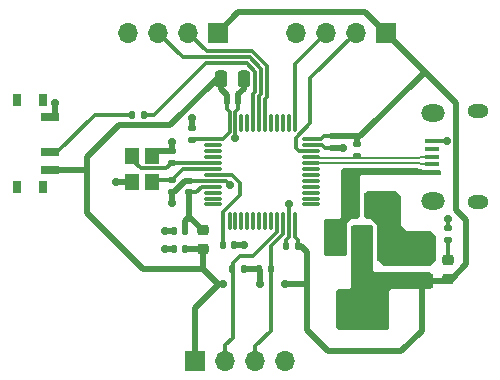
<source format=gbr>
%TF.GenerationSoftware,KiCad,Pcbnew,(6.0.9-0)*%
%TF.CreationDate,2022-12-10T19:00:01+01:00*%
%TF.ProjectId,KiCAD v6 Tutorial STM32,4b694341-4420-4763-9620-5475746f7269,rev?*%
%TF.SameCoordinates,Original*%
%TF.FileFunction,Copper,L1,Top*%
%TF.FilePolarity,Positive*%
%FSLAX46Y46*%
G04 Gerber Fmt 4.6, Leading zero omitted, Abs format (unit mm)*
G04 Created by KiCad (PCBNEW (6.0.9-0)) date 2022-12-10 19:00:01*
%MOMM*%
%LPD*%
G01*
G04 APERTURE LIST*
G04 Aperture macros list*
%AMRoundRect*
0 Rectangle with rounded corners*
0 $1 Rounding radius*
0 $2 $3 $4 $5 $6 $7 $8 $9 X,Y pos of 4 corners*
0 Add a 4 corners polygon primitive as box body*
4,1,4,$2,$3,$4,$5,$6,$7,$8,$9,$2,$3,0*
0 Add four circle primitives for the rounded corners*
1,1,$1+$1,$2,$3*
1,1,$1+$1,$4,$5*
1,1,$1+$1,$6,$7*
1,1,$1+$1,$8,$9*
0 Add four rect primitives between the rounded corners*
20,1,$1+$1,$2,$3,$4,$5,0*
20,1,$1+$1,$4,$5,$6,$7,0*
20,1,$1+$1,$6,$7,$8,$9,0*
20,1,$1+$1,$8,$9,$2,$3,0*%
G04 Aperture macros list end*
%TA.AperFunction,SMDPad,CuDef*%
%ADD10RoundRect,0.135000X-0.135000X-0.185000X0.135000X-0.185000X0.135000X0.185000X-0.135000X0.185000X0*%
%TD*%
%TA.AperFunction,SMDPad,CuDef*%
%ADD11RoundRect,0.140000X-0.140000X-0.170000X0.140000X-0.170000X0.140000X0.170000X-0.140000X0.170000X0*%
%TD*%
%TA.AperFunction,SMDPad,CuDef*%
%ADD12RoundRect,0.140000X0.140000X0.170000X-0.140000X0.170000X-0.140000X-0.170000X0.140000X-0.170000X0*%
%TD*%
%TA.AperFunction,SMDPad,CuDef*%
%ADD13R,1.500000X2.000000*%
%TD*%
%TA.AperFunction,SMDPad,CuDef*%
%ADD14R,3.800000X2.000000*%
%TD*%
%TA.AperFunction,SMDPad,CuDef*%
%ADD15RoundRect,0.140000X0.170000X-0.140000X0.170000X0.140000X-0.170000X0.140000X-0.170000X-0.140000X0*%
%TD*%
%TA.AperFunction,SMDPad,CuDef*%
%ADD16RoundRect,0.135000X0.185000X-0.135000X0.185000X0.135000X-0.185000X0.135000X-0.185000X-0.135000X0*%
%TD*%
%TA.AperFunction,SMDPad,CuDef*%
%ADD17RoundRect,0.218750X-0.256250X0.218750X-0.256250X-0.218750X0.256250X-0.218750X0.256250X0.218750X0*%
%TD*%
%TA.AperFunction,SMDPad,CuDef*%
%ADD18RoundRect,0.250000X0.475000X-0.250000X0.475000X0.250000X-0.475000X0.250000X-0.475000X-0.250000X0*%
%TD*%
%TA.AperFunction,SMDPad,CuDef*%
%ADD19R,1.300000X0.450000*%
%TD*%
%TA.AperFunction,ComponentPad*%
%ADD20O,2.000000X1.450000*%
%TD*%
%TA.AperFunction,ComponentPad*%
%ADD21O,1.800000X1.150000*%
%TD*%
%TA.AperFunction,ComponentPad*%
%ADD22R,1.700000X1.700000*%
%TD*%
%TA.AperFunction,ComponentPad*%
%ADD23O,1.700000X1.700000*%
%TD*%
%TA.AperFunction,SMDPad,CuDef*%
%ADD24RoundRect,0.140000X-0.170000X0.140000X-0.170000X-0.140000X0.170000X-0.140000X0.170000X0.140000X0*%
%TD*%
%TA.AperFunction,SMDPad,CuDef*%
%ADD25R,1.200000X1.400000*%
%TD*%
%TA.AperFunction,SMDPad,CuDef*%
%ADD26RoundRect,0.250000X-0.250000X-0.475000X0.250000X-0.475000X0.250000X0.475000X-0.250000X0.475000X0*%
%TD*%
%TA.AperFunction,SMDPad,CuDef*%
%ADD27RoundRect,0.135000X0.135000X0.185000X-0.135000X0.185000X-0.135000X-0.185000X0.135000X-0.185000X0*%
%TD*%
%TA.AperFunction,SMDPad,CuDef*%
%ADD28R,0.800000X1.000000*%
%TD*%
%TA.AperFunction,SMDPad,CuDef*%
%ADD29R,1.500000X0.700000*%
%TD*%
%TA.AperFunction,SMDPad,CuDef*%
%ADD30RoundRect,0.075000X-0.662500X-0.075000X0.662500X-0.075000X0.662500X0.075000X-0.662500X0.075000X0*%
%TD*%
%TA.AperFunction,SMDPad,CuDef*%
%ADD31RoundRect,0.075000X-0.075000X-0.662500X0.075000X-0.662500X0.075000X0.662500X-0.075000X0.662500X0*%
%TD*%
%TA.AperFunction,SMDPad,CuDef*%
%ADD32RoundRect,0.135000X-0.185000X0.135000X-0.185000X-0.135000X0.185000X-0.135000X0.185000X0.135000X0*%
%TD*%
%TA.AperFunction,ViaPad*%
%ADD33C,0.700000*%
%TD*%
%TA.AperFunction,Conductor*%
%ADD34C,0.300000*%
%TD*%
%TA.AperFunction,Conductor*%
%ADD35C,0.500000*%
%TD*%
%TA.AperFunction,Conductor*%
%ADD36C,0.200000*%
%TD*%
G04 APERTURE END LIST*
D10*
%TO.P,R1,1*%
%TO.N,/Boot0SW*%
X134215000Y-66150000D03*
%TO.P,R1,2*%
%TO.N,/Boot0*%
X135235000Y-66150000D03*
%TD*%
D11*
%TO.P,C9,1*%
%TO.N,/nRST*%
X141920000Y-77150000D03*
%TO.P,C9,2*%
%TO.N,GND*%
X142880000Y-77150000D03*
%TD*%
D12*
%TO.P,C8,1*%
%TO.N,+3.3V*%
X138730000Y-77500000D03*
%TO.P,C8,2*%
%TO.N,GND*%
X137770000Y-77500000D03*
%TD*%
D13*
%TO.P,U1,1,GND*%
%TO.N,GND*%
X156050000Y-76850000D03*
D14*
%TO.P,U1,2,VO*%
%TO.N,+3.3V*%
X153750000Y-83150000D03*
D13*
X153750000Y-76850000D03*
%TO.P,U1,3,VI*%
%TO.N,VBUS*%
X151450000Y-76850000D03*
%TD*%
D15*
%TO.P,C12,1*%
%TO.N,/HSE_IN*%
X137600000Y-70220000D03*
%TO.P,C12,2*%
%TO.N,GND*%
X137600000Y-69260000D03*
%TD*%
D12*
%TO.P,C5,1*%
%TO.N,+3.3V*%
X148250000Y-77250000D03*
%TO.P,C5,2*%
%TO.N,GND*%
X147290000Y-77250000D03*
%TD*%
D16*
%TO.P,R2,1*%
%TO.N,/PWR_LED_K*%
X161000000Y-76760000D03*
%TO.P,R2,2*%
%TO.N,GND*%
X161000000Y-75740000D03*
%TD*%
D17*
%TO.P,FB1,1*%
%TO.N,+3.3VA*%
X140250000Y-75925000D03*
%TO.P,FB1,2*%
%TO.N,+3.3V*%
X140250000Y-77500000D03*
%TD*%
D18*
%TO.P,C11,1*%
%TO.N,+3.3V*%
X158750000Y-80200000D03*
%TO.P,C11,2*%
%TO.N,GND*%
X158750000Y-78300000D03*
%TD*%
D10*
%TO.P,R5,1*%
%TO.N,+3.3V*%
X144990000Y-79250000D03*
%TO.P,R5,2*%
%TO.N,/I2C2_SDA*%
X146010000Y-79250000D03*
%TD*%
D19*
%TO.P,J1,1,VBUS*%
%TO.N,VBUS*%
X159645000Y-71000000D03*
%TO.P,J1,2,D-*%
%TO.N,/USB_D-*%
X159645000Y-70350000D03*
%TO.P,J1,3,D+*%
%TO.N,/USB_D+*%
X159645000Y-69700000D03*
%TO.P,J1,4,ID*%
%TO.N,unconnected-(J1-Pad4)*%
X159645000Y-69050000D03*
%TO.P,J1,5,GND*%
%TO.N,GND*%
X159645000Y-68400000D03*
D20*
%TO.P,J1,6,Shield*%
%TO.N,N/C*%
X159695000Y-73425000D03*
D21*
X163495000Y-65825000D03*
X163495000Y-73575000D03*
D20*
X159695000Y-65975000D03*
%TD*%
D22*
%TO.P,J2,1,Pin_1*%
%TO.N,+3.3V*%
X141500000Y-59200000D03*
D23*
%TO.P,J2,2,Pin_2*%
%TO.N,/USART1_TX*%
X138960000Y-59200000D03*
%TO.P,J2,3,Pin_3*%
%TO.N,/USART_RX*%
X136420000Y-59200000D03*
%TO.P,J2,4,Pin_4*%
%TO.N,GND*%
X133880000Y-59200000D03*
%TD*%
D24*
%TO.P,C3,1*%
%TO.N,+3.3V*%
X151250000Y-68000000D03*
%TO.P,C3,2*%
%TO.N,GND*%
X151250000Y-68960000D03*
%TD*%
D17*
%TO.P,D1,1,K*%
%TO.N,/PWR_LED_K*%
X161000000Y-78462500D03*
%TO.P,D1,2,A*%
%TO.N,+3.3V*%
X161000000Y-80037500D03*
%TD*%
D25*
%TO.P,Y1,1,1*%
%TO.N,/HSE_IN*%
X134250000Y-69640000D03*
%TO.P,Y1,2,2*%
%TO.N,GND*%
X134250000Y-71840000D03*
%TO.P,Y1,3,3*%
%TO.N,/HSE_OUT*%
X135950000Y-71840000D03*
%TO.P,Y1,4,4*%
%TO.N,GND*%
X135950000Y-69640000D03*
%TD*%
D15*
%TO.P,C6,1*%
%TO.N,+3.3VA*%
X139100000Y-72720000D03*
%TO.P,C6,2*%
%TO.N,GND*%
X139100000Y-71760000D03*
%TD*%
D26*
%TO.P,C10,1*%
%TO.N,VBUS*%
X152800000Y-74000000D03*
%TO.P,C10,2*%
%TO.N,GND*%
X154700000Y-74000000D03*
%TD*%
D15*
%TO.P,C2,1*%
%TO.N,+3.3V*%
X139300000Y-68280000D03*
%TO.P,C2,2*%
%TO.N,GND*%
X139300000Y-67320000D03*
%TD*%
D27*
%TO.P,R4,1*%
%TO.N,+3.3V*%
X143760000Y-79250000D03*
%TO.P,R4,2*%
%TO.N,/I2C2_SCL*%
X142740000Y-79250000D03*
%TD*%
D22*
%TO.P,J4,1,Pin_1*%
%TO.N,+3.3V*%
X139600000Y-87000000D03*
D23*
%TO.P,J4,2,Pin_2*%
%TO.N,/I2C2_SCL*%
X142140000Y-87000000D03*
%TO.P,J4,3,Pin_3*%
%TO.N,/I2C2_SDA*%
X144680000Y-87000000D03*
%TO.P,J4,4,Pin_4*%
%TO.N,GND*%
X147220000Y-87000000D03*
%TD*%
D24*
%TO.P,C13,1*%
%TO.N,/HSE_OUT*%
X137600000Y-71720000D03*
%TO.P,C13,2*%
%TO.N,GND*%
X137600000Y-72680000D03*
%TD*%
D11*
%TO.P,C4,1*%
%TO.N,+3.3V*%
X142270000Y-65000000D03*
%TO.P,C4,2*%
%TO.N,GND*%
X143230000Y-65000000D03*
%TD*%
D26*
%TO.P,C1,1*%
%TO.N,+3.3V*%
X141800000Y-63100000D03*
%TO.P,C1,2*%
%TO.N,GND*%
X143700000Y-63100000D03*
%TD*%
D22*
%TO.P,J3,1,Pin_1*%
%TO.N,+3.3V*%
X155750000Y-59200000D03*
D23*
%TO.P,J3,2,Pin_2*%
%TO.N,/SWDIO*%
X153210000Y-59200000D03*
%TO.P,J3,3,Pin_3*%
%TO.N,/SWCLK*%
X150670000Y-59200000D03*
%TO.P,J3,4,Pin_4*%
%TO.N,GND*%
X148130000Y-59200000D03*
%TD*%
D28*
%TO.P,SW1,*%
%TO.N,*%
X124470000Y-72250000D03*
X124470000Y-64950000D03*
X126680000Y-72250000D03*
X126680000Y-64950000D03*
D29*
%TO.P,SW1,1,A*%
%TO.N,GND*%
X127330000Y-66350000D03*
%TO.P,SW1,2,B*%
%TO.N,/Boot0SW*%
X127330000Y-69350000D03*
%TO.P,SW1,3,C*%
%TO.N,+3.3V*%
X127330000Y-70850000D03*
%TD*%
D12*
%TO.P,C7,1*%
%TO.N,+3.3VA*%
X138730000Y-76000000D03*
%TO.P,C7,2*%
%TO.N,GND*%
X137770000Y-76000000D03*
%TD*%
D30*
%TO.P,U2,1,VBAT*%
%TO.N,+3.3V*%
X141087500Y-68250000D03*
%TO.P,U2,2,PC13*%
%TO.N,unconnected-(U2-Pad2)*%
X141087500Y-68750000D03*
%TO.P,U2,3,PC14*%
%TO.N,unconnected-(U2-Pad3)*%
X141087500Y-69250000D03*
%TO.P,U2,4,PC15*%
%TO.N,unconnected-(U2-Pad4)*%
X141087500Y-69750000D03*
%TO.P,U2,5,PD0*%
%TO.N,/HSE_IN*%
X141087500Y-70250000D03*
%TO.P,U2,6,PD1*%
%TO.N,/HSE_OUT*%
X141087500Y-70750000D03*
%TO.P,U2,7,NRST*%
%TO.N,/nRST*%
X141087500Y-71250000D03*
%TO.P,U2,8,VSSA*%
%TO.N,GND*%
X141087500Y-71750000D03*
%TO.P,U2,9,VDDA*%
%TO.N,+3.3VA*%
X141087500Y-72250000D03*
%TO.P,U2,10,PA0*%
%TO.N,unconnected-(U2-Pad10)*%
X141087500Y-72750000D03*
%TO.P,U2,11,PA1*%
%TO.N,unconnected-(U2-Pad11)*%
X141087500Y-73250000D03*
%TO.P,U2,12,PA2*%
%TO.N,unconnected-(U2-Pad12)*%
X141087500Y-73750000D03*
D31*
%TO.P,U2,13,PA3*%
%TO.N,unconnected-(U2-Pad13)*%
X142500000Y-75162500D03*
%TO.P,U2,14,PA4*%
%TO.N,unconnected-(U2-Pad14)*%
X143000000Y-75162500D03*
%TO.P,U2,15,PA5*%
%TO.N,unconnected-(U2-Pad15)*%
X143500000Y-75162500D03*
%TO.P,U2,16,PA6*%
%TO.N,unconnected-(U2-Pad16)*%
X144000000Y-75162500D03*
%TO.P,U2,17,PA7*%
%TO.N,unconnected-(U2-Pad17)*%
X144500000Y-75162500D03*
%TO.P,U2,18,PB0*%
%TO.N,unconnected-(U2-Pad18)*%
X145000000Y-75162500D03*
%TO.P,U2,19,PB1*%
%TO.N,unconnected-(U2-Pad19)*%
X145500000Y-75162500D03*
%TO.P,U2,20,PB2*%
%TO.N,unconnected-(U2-Pad20)*%
X146000000Y-75162500D03*
%TO.P,U2,21,PB10*%
%TO.N,/I2C2_SCL*%
X146500000Y-75162500D03*
%TO.P,U2,22,PB11*%
%TO.N,/I2C2_SDA*%
X147000000Y-75162500D03*
%TO.P,U2,23,VSS*%
%TO.N,GND*%
X147500000Y-75162500D03*
%TO.P,U2,24,VDD*%
%TO.N,+3.3V*%
X148000000Y-75162500D03*
D30*
%TO.P,U2,25,PB12*%
%TO.N,unconnected-(U2-Pad25)*%
X149412500Y-73750000D03*
%TO.P,U2,26,PB13*%
%TO.N,unconnected-(U2-Pad26)*%
X149412500Y-73250000D03*
%TO.P,U2,27,PB14*%
%TO.N,unconnected-(U2-Pad27)*%
X149412500Y-72750000D03*
%TO.P,U2,28,PB15*%
%TO.N,unconnected-(U2-Pad28)*%
X149412500Y-72250000D03*
%TO.P,U2,29,PA8*%
%TO.N,unconnected-(U2-Pad29)*%
X149412500Y-71750000D03*
%TO.P,U2,30,PA9*%
%TO.N,unconnected-(U2-Pad30)*%
X149412500Y-71250000D03*
%TO.P,U2,31,PA10*%
%TO.N,unconnected-(U2-Pad31)*%
X149412500Y-70750000D03*
%TO.P,U2,32,PA11*%
%TO.N,/USB_D-*%
X149412500Y-70250000D03*
%TO.P,U2,33,PA12*%
%TO.N,/USB_D+*%
X149412500Y-69750000D03*
%TO.P,U2,34,PA13*%
%TO.N,/SWDIO*%
X149412500Y-69250000D03*
%TO.P,U2,35,VSS*%
%TO.N,GND*%
X149412500Y-68750000D03*
%TO.P,U2,36,VDD*%
%TO.N,+3.3V*%
X149412500Y-68250000D03*
D31*
%TO.P,U2,37,PA14*%
%TO.N,/SWCLK*%
X148000000Y-66837500D03*
%TO.P,U2,38,PA15*%
%TO.N,unconnected-(U2-Pad38)*%
X147500000Y-66837500D03*
%TO.P,U2,39,PB3*%
%TO.N,unconnected-(U2-Pad39)*%
X147000000Y-66837500D03*
%TO.P,U2,40,PB4*%
%TO.N,unconnected-(U2-Pad40)*%
X146500000Y-66837500D03*
%TO.P,U2,41,PB5*%
%TO.N,unconnected-(U2-Pad41)*%
X146000000Y-66837500D03*
%TO.P,U2,42,PB6*%
%TO.N,/USART1_TX*%
X145500000Y-66837500D03*
%TO.P,U2,43,PB7*%
%TO.N,/USART_RX*%
X145000000Y-66837500D03*
%TO.P,U2,44,BOOT0*%
%TO.N,/Boot0*%
X144500000Y-66837500D03*
%TO.P,U2,45,PB8*%
%TO.N,unconnected-(U2-Pad45)*%
X144000000Y-66837500D03*
%TO.P,U2,46,PB9*%
%TO.N,unconnected-(U2-Pad46)*%
X143500000Y-66837500D03*
%TO.P,U2,47,VSS*%
%TO.N,GND*%
X143000000Y-66837500D03*
%TO.P,U2,48,VDD*%
%TO.N,+3.3V*%
X142500000Y-66837500D03*
%TD*%
D32*
%TO.P,R3,1*%
%TO.N,+3.3V*%
X153300000Y-68640000D03*
%TO.P,R3,2*%
%TO.N,/USB_D+*%
X153300000Y-69660000D03*
%TD*%
D33*
%TO.N,+3.3V*%
X145050000Y-80500000D03*
X141950000Y-80500000D03*
X147150000Y-80500000D03*
%TO.N,GND*%
X147500000Y-73750000D03*
X137600000Y-73650000D03*
X155650000Y-78500000D03*
X158250000Y-77000000D03*
X132850000Y-71850000D03*
X139300000Y-66450000D03*
X156000000Y-74500000D03*
X127750000Y-65200000D03*
X152100000Y-68950000D03*
X160900000Y-68400000D03*
X143000000Y-68150000D03*
X143750000Y-77150000D03*
X159200000Y-77000000D03*
X137600000Y-68450000D03*
X137000000Y-76000000D03*
X156000000Y-73500000D03*
X137000000Y-77500000D03*
X142550000Y-72100000D03*
X161000000Y-75000000D03*
X156500000Y-78500000D03*
%TD*%
D34*
%TO.N,+3.3V*%
X141087500Y-68250000D02*
X141910050Y-68250000D01*
X142270000Y-65670000D02*
X142270000Y-65000000D01*
X142500000Y-65900000D02*
X142270000Y-65670000D01*
D35*
X137450000Y-67050000D02*
X141400000Y-63100000D01*
X148550000Y-77250000D02*
X148250000Y-77250000D01*
X139600000Y-82500000D02*
X139600000Y-87000000D01*
X149050000Y-80500000D02*
X149050000Y-77750000D01*
D34*
X141910050Y-68250000D02*
X142500000Y-67660050D01*
D35*
X130400000Y-70700000D02*
X130400000Y-69750000D01*
X142270000Y-64470000D02*
X141800000Y-64000000D01*
X145050000Y-79310000D02*
X144990000Y-79250000D01*
X140250000Y-79200000D02*
X140250000Y-77500000D01*
X159050000Y-62500000D02*
X155750000Y-59200000D01*
X141400000Y-63100000D02*
X141800000Y-63100000D01*
X141550000Y-80500000D02*
X140250000Y-79200000D01*
X127330000Y-70850000D02*
X130250000Y-70850000D01*
X141800000Y-64000000D02*
X141800000Y-63100000D01*
X141600000Y-80500000D02*
X139600000Y-82500000D01*
X130400000Y-69750000D02*
X133100000Y-67050000D01*
D34*
X150250000Y-68250000D02*
X150500000Y-68000000D01*
D35*
X158750000Y-84500000D02*
X157050000Y-86200000D01*
X130250000Y-70850000D02*
X130400000Y-70700000D01*
D34*
X142500000Y-66837500D02*
X142500000Y-65900000D01*
D35*
X161000000Y-80037500D02*
X161312500Y-80037500D01*
D34*
X139330000Y-68250000D02*
X139300000Y-68280000D01*
D35*
X145050000Y-80500000D02*
X145050000Y-79310000D01*
D34*
X148250000Y-76750000D02*
X148250000Y-77250000D01*
D35*
X162550000Y-75050000D02*
X161700000Y-74200000D01*
X149050000Y-80500000D02*
X147150000Y-80500000D01*
D34*
X148000000Y-76500000D02*
X148250000Y-76750000D01*
D35*
X149050000Y-84400000D02*
X149050000Y-80500000D01*
X153100000Y-68000000D02*
X153550000Y-68000000D01*
X140250000Y-77500000D02*
X138730000Y-77500000D01*
X140250000Y-79200000D02*
X135150000Y-79200000D01*
X160837500Y-80200000D02*
X161000000Y-80037500D01*
X144990000Y-79250000D02*
X143760000Y-79250000D01*
X143250000Y-57450000D02*
X154000000Y-57450000D01*
D34*
X142500000Y-67660050D02*
X142500000Y-66837500D01*
X141087500Y-68250000D02*
X139330000Y-68250000D01*
D35*
X141500000Y-59200000D02*
X143250000Y-57450000D01*
X154000000Y-57450000D02*
X155750000Y-59200000D01*
X130400000Y-74450000D02*
X130400000Y-70700000D01*
X158750000Y-80200000D02*
X158750000Y-84500000D01*
X161700000Y-74200000D02*
X161700000Y-65150000D01*
X153300000Y-68200000D02*
X153100000Y-68000000D01*
X150850000Y-86200000D02*
X149050000Y-84400000D01*
X151250000Y-68000000D02*
X153100000Y-68000000D01*
X142270000Y-65000000D02*
X142270000Y-64470000D01*
X153300000Y-68640000D02*
X153300000Y-68200000D01*
X153550000Y-68000000D02*
X159050000Y-62500000D01*
X158750000Y-80200000D02*
X160837500Y-80200000D01*
X157050000Y-86200000D02*
X150850000Y-86200000D01*
X149050000Y-77750000D02*
X148550000Y-77250000D01*
X135150000Y-79200000D02*
X130400000Y-74450000D01*
X133100000Y-67050000D02*
X137450000Y-67050000D01*
D34*
X150500000Y-68000000D02*
X151250000Y-68000000D01*
X148000000Y-75162500D02*
X148000000Y-76500000D01*
D35*
X161312500Y-80037500D02*
X162550000Y-78800000D01*
D34*
X149412500Y-68250000D02*
X150250000Y-68250000D01*
D35*
X161700000Y-65150000D02*
X159050000Y-62500000D01*
X141950000Y-80500000D02*
X141550000Y-80500000D01*
X141950000Y-80500000D02*
X141600000Y-80500000D01*
X162550000Y-78800000D02*
X162550000Y-75050000D01*
%TO.N,GND*%
X143230000Y-64420000D02*
X143700000Y-63950000D01*
D34*
X151210000Y-69000000D02*
X151250000Y-68960000D01*
D35*
X127750000Y-65930000D02*
X127750000Y-65200000D01*
D34*
X142200000Y-71750000D02*
X142550000Y-72100000D01*
X150350000Y-68750000D02*
X150600000Y-69000000D01*
D35*
X143700000Y-63950000D02*
X143700000Y-63100000D01*
X137600000Y-69260000D02*
X137600000Y-68500000D01*
X151250000Y-68960000D02*
X152090000Y-68960000D01*
D34*
X150600000Y-69000000D02*
X151210000Y-69000000D01*
D35*
X152090000Y-68960000D02*
X152100000Y-68950000D01*
X142880000Y-77150000D02*
X143750000Y-77150000D01*
X137600000Y-72680000D02*
X137784386Y-72680000D01*
D34*
X161000000Y-75740000D02*
X161000000Y-75000000D01*
D35*
X132860000Y-71840000D02*
X132850000Y-71850000D01*
D34*
X139110000Y-71750000D02*
X139100000Y-71760000D01*
X143000000Y-66837500D02*
X143000000Y-65900000D01*
D35*
X137600000Y-69260000D02*
X136330000Y-69260000D01*
D34*
X141087500Y-71750000D02*
X139110000Y-71750000D01*
D35*
X138704386Y-71760000D02*
X139100000Y-71760000D01*
D34*
X143000000Y-65900000D02*
X143230000Y-65670000D01*
X147500000Y-76550000D02*
X147290000Y-76760000D01*
X141087500Y-71750000D02*
X142200000Y-71750000D01*
X143230000Y-65670000D02*
X143230000Y-65000000D01*
X143000000Y-66837500D02*
X143000000Y-68150000D01*
X149412500Y-68750000D02*
X150350000Y-68750000D01*
D35*
X137600000Y-72680000D02*
X137600000Y-73650000D01*
X137784386Y-72680000D02*
X138704386Y-71760000D01*
X137770000Y-77500000D02*
X137000000Y-77500000D01*
X134250000Y-71840000D02*
X132860000Y-71840000D01*
X139300000Y-67320000D02*
X139300000Y-66450000D01*
D34*
X147290000Y-76760000D02*
X147290000Y-77250000D01*
D35*
X137770000Y-76000000D02*
X137000000Y-76000000D01*
X143230000Y-65000000D02*
X143230000Y-64420000D01*
X136330000Y-69260000D02*
X135950000Y-69640000D01*
D34*
X147500000Y-75162500D02*
X147500000Y-76550000D01*
X147500000Y-75162500D02*
X147500000Y-73750000D01*
X159645000Y-68400000D02*
X160900000Y-68400000D01*
D35*
%TO.N,+3.3VA*%
X138730000Y-76000000D02*
X138730000Y-75145000D01*
X138730000Y-75145000D02*
X139100000Y-74775000D01*
X139100000Y-72720000D02*
X139100000Y-74775000D01*
D34*
X139680000Y-72720000D02*
X139100000Y-72720000D01*
X141087500Y-72250000D02*
X140150000Y-72250000D01*
D35*
X139100000Y-74775000D02*
X140250000Y-75925000D01*
D34*
X140150000Y-72250000D02*
X139680000Y-72720000D01*
%TO.N,/nRST*%
X141920000Y-74380000D02*
X143350000Y-72950000D01*
X143350000Y-71900000D02*
X142700000Y-71250000D01*
X143350000Y-72950000D02*
X143350000Y-71900000D01*
X142700000Y-71250000D02*
X141087500Y-71250000D01*
X141920000Y-77150000D02*
X141920000Y-74380000D01*
%TO.N,/HSE_IN*%
X135000000Y-70700000D02*
X134250000Y-69950000D01*
X134250000Y-69950000D02*
X134250000Y-69640000D01*
X137630000Y-70250000D02*
X137600000Y-70220000D01*
X141087500Y-70250000D02*
X137630000Y-70250000D01*
X137600000Y-70220000D02*
X137120000Y-70700000D01*
X137120000Y-70700000D02*
X135000000Y-70700000D01*
%TO.N,/HSE_OUT*%
X141087500Y-70750000D02*
X138570000Y-70750000D01*
X138570000Y-70750000D02*
X137600000Y-71720000D01*
X137600000Y-71720000D02*
X136070000Y-71720000D01*
X136070000Y-71720000D02*
X135950000Y-71840000D01*
%TO.N,/PWR_LED_K*%
X161000000Y-76760000D02*
X161000000Y-78462500D01*
D36*
%TO.N,/USB_D-*%
X149412500Y-70250000D02*
X158569999Y-70250000D01*
X158669999Y-70350000D02*
X159645000Y-70350000D01*
X158569999Y-70250000D02*
X158669999Y-70350000D01*
%TO.N,/USB_D+*%
X149462499Y-69799999D02*
X158569999Y-69800000D01*
X158669999Y-69700000D02*
X159645000Y-69700000D01*
X149412500Y-69750000D02*
X149462499Y-69799999D01*
X158569999Y-69800000D02*
X158669999Y-69700000D01*
X149412500Y-69750000D02*
X149437499Y-69774999D01*
D34*
%TO.N,/USART1_TX*%
X140560000Y-60800000D02*
X138960000Y-59200000D01*
X145500000Y-66837500D02*
X145500000Y-64814214D01*
X145675000Y-64639214D02*
X145675000Y-62067893D01*
X145500000Y-64814214D02*
X145675000Y-64639214D01*
X144407107Y-60800000D02*
X140560000Y-60800000D01*
X145675000Y-62067893D02*
X144407107Y-60800000D01*
%TO.N,/USART_RX*%
X145000000Y-66837500D02*
X145000000Y-64607107D01*
X138520000Y-61300000D02*
X136420000Y-59200000D01*
X144200000Y-61300000D02*
X138520000Y-61300000D01*
X145175000Y-62275000D02*
X144200000Y-61300000D01*
X145000000Y-64607107D02*
X145175000Y-64432107D01*
X145175000Y-64432107D02*
X145175000Y-62275000D01*
%TO.N,/SWDIO*%
X148100000Y-68950000D02*
X148100000Y-68125000D01*
X149350000Y-66875000D02*
X149350000Y-63060000D01*
X148100000Y-68125000D02*
X149350000Y-66875000D01*
X148400000Y-69250000D02*
X148100000Y-68950000D01*
X149350000Y-63060000D02*
X153210000Y-59200000D01*
X149412500Y-69250000D02*
X148400000Y-69250000D01*
%TO.N,/SWCLK*%
X148000000Y-66837500D02*
X148000000Y-61870000D01*
X148000000Y-61870000D02*
X150670000Y-59200000D01*
%TO.N,/I2C2_SCL*%
X144456497Y-78100000D02*
X146500000Y-76056497D01*
X146500000Y-75162500D02*
X146500000Y-75930329D01*
X143350000Y-78100000D02*
X144456497Y-78100000D01*
X146500000Y-75930329D02*
X146500000Y-75900000D01*
X142750000Y-78700000D02*
X143350000Y-78100000D01*
X142140000Y-87000000D02*
X142140000Y-85660000D01*
X142750000Y-85050000D02*
X142750000Y-78700000D01*
X146500000Y-76056497D02*
X146500000Y-75930329D01*
X142140000Y-85660000D02*
X142750000Y-85050000D01*
%TO.N,/I2C2_SDA*%
X147000000Y-75162500D02*
X147000000Y-76263603D01*
X146000000Y-77263603D02*
X146000000Y-84450000D01*
X147000000Y-76263603D02*
X146000000Y-77263603D01*
X144680000Y-85770000D02*
X144680000Y-87000000D01*
X146000000Y-84450000D02*
X144680000Y-85770000D01*
%TO.N,/Boot0SW*%
X127875000Y-69350000D02*
X131075000Y-66150000D01*
X131075000Y-66150000D02*
X134215000Y-66150000D01*
X127330000Y-69350000D02*
X127875000Y-69350000D01*
%TO.N,/Boot0*%
X144675000Y-62500000D02*
X143975000Y-61800000D01*
X136125000Y-66150000D02*
X135235000Y-66150000D01*
X144675000Y-64225000D02*
X144675000Y-62500000D01*
X143975000Y-61800000D02*
X140475000Y-61800000D01*
X144500000Y-66837500D02*
X144500000Y-64400000D01*
X144500000Y-64400000D02*
X144675000Y-64225000D01*
X140475000Y-61800000D02*
X136125000Y-66150000D01*
%TD*%
%TA.AperFunction,Conductor*%
%TO.N,GND*%
G36*
X156665677Y-72669685D02*
G01*
X156686319Y-72686319D01*
X156963681Y-72963681D01*
X156997166Y-73025004D01*
X157000000Y-73051362D01*
X157000000Y-75500000D01*
X157500000Y-76000000D01*
X159494775Y-76000000D01*
X159561814Y-76019685D01*
X159586943Y-76041048D01*
X159968168Y-76464631D01*
X159998384Y-76527630D01*
X160000000Y-76547583D01*
X160000000Y-78444775D01*
X159980315Y-78511814D01*
X159958952Y-78536943D01*
X159535369Y-78918168D01*
X159472370Y-78948384D01*
X159452417Y-78950000D01*
X155547583Y-78950000D01*
X155480544Y-78930315D01*
X155464631Y-78918168D01*
X155041048Y-78536943D01*
X155004387Y-78477465D01*
X155000000Y-78444775D01*
X155000000Y-75500000D01*
X154500000Y-75000000D01*
X154151362Y-75000000D01*
X154084323Y-74980315D01*
X154063681Y-74963681D01*
X153936319Y-74836319D01*
X153902834Y-74774996D01*
X153900000Y-74748638D01*
X153900000Y-72862000D01*
X153919685Y-72794961D01*
X153949600Y-72762800D01*
X154066934Y-72674800D01*
X154132375Y-72650324D01*
X154141333Y-72650000D01*
X156598638Y-72650000D01*
X156665677Y-72669685D01*
G37*
%TD.AperFunction*%
%TD*%
%TA.AperFunction,Conductor*%
%TO.N,VBUS*%
G36*
X158423084Y-70670185D02*
G01*
X158425322Y-70671715D01*
X158431657Y-70678050D01*
X158451395Y-70688107D01*
X158467985Y-70698274D01*
X158485909Y-70711296D01*
X158506976Y-70718141D01*
X158524951Y-70725586D01*
X158535998Y-70731215D01*
X158536000Y-70731216D01*
X158544695Y-70735646D01*
X158566593Y-70739114D01*
X158585489Y-70743651D01*
X158606566Y-70750499D01*
X158638476Y-70750499D01*
X158638480Y-70750500D01*
X158694112Y-70750500D01*
X158761151Y-70770185D01*
X158781716Y-70786742D01*
X158814181Y-70819151D01*
X158814187Y-70819155D01*
X158822287Y-70827241D01*
X158832758Y-70831870D01*
X158832759Y-70831871D01*
X158916147Y-70868737D01*
X158916149Y-70868738D01*
X158924673Y-70872506D01*
X158950354Y-70875500D01*
X160276000Y-70875500D01*
X160343039Y-70895185D01*
X160388794Y-70947989D01*
X160400000Y-70999500D01*
X160400000Y-71148638D01*
X160380315Y-71215677D01*
X160363681Y-71236319D01*
X160336319Y-71263681D01*
X160274996Y-71297166D01*
X160248638Y-71300000D01*
X153650000Y-71300000D01*
X153500000Y-71450000D01*
X153500000Y-74748638D01*
X153480315Y-74815677D01*
X153463681Y-74836319D01*
X153386319Y-74913681D01*
X153324996Y-74947166D01*
X153298638Y-74950000D01*
X152800000Y-74950000D01*
X152400000Y-75350000D01*
X152400000Y-77948638D01*
X152380315Y-78015677D01*
X152363681Y-78036320D01*
X152286318Y-78113682D01*
X152224994Y-78147166D01*
X152198637Y-78150000D01*
X150701362Y-78150000D01*
X150634323Y-78130315D01*
X150613681Y-78113681D01*
X150536319Y-78036319D01*
X150502834Y-77974996D01*
X150500000Y-77948638D01*
X150500000Y-75151362D01*
X150519685Y-75084323D01*
X150536319Y-75063681D01*
X150613681Y-74986319D01*
X150675004Y-74952834D01*
X150701362Y-74950000D01*
X151750000Y-74950000D01*
X151900000Y-74800000D01*
X151900000Y-70994894D01*
X151919685Y-70927855D01*
X151928734Y-70915519D01*
X152112404Y-70695115D01*
X152170441Y-70656218D01*
X152207661Y-70650500D01*
X158356045Y-70650500D01*
X158423084Y-70670185D01*
G37*
%TD.AperFunction*%
%TD*%
%TA.AperFunction,Conductor*%
%TO.N,+3.3V*%
G36*
X154515677Y-75519685D02*
G01*
X154536319Y-75536319D01*
X154613681Y-75613681D01*
X154647166Y-75675004D01*
X154650000Y-75701362D01*
X154650000Y-79350000D01*
X154800000Y-79500000D01*
X159498638Y-79500000D01*
X159565677Y-79519685D01*
X159586319Y-79536319D01*
X159663681Y-79613681D01*
X159697166Y-79675004D01*
X159700000Y-79701362D01*
X159700000Y-80698638D01*
X159680315Y-80765677D01*
X159663681Y-80786319D01*
X159586319Y-80863681D01*
X159524996Y-80897166D01*
X159498638Y-80900000D01*
X156150000Y-80900000D01*
X156000000Y-81050000D01*
X156000000Y-84148638D01*
X155980315Y-84215677D01*
X155963681Y-84236319D01*
X155886319Y-84313681D01*
X155824996Y-84347166D01*
X155798638Y-84350000D01*
X151751362Y-84350000D01*
X151684323Y-84330315D01*
X151663681Y-84313681D01*
X151586319Y-84236319D01*
X151552834Y-84174996D01*
X151550000Y-84148638D01*
X151550000Y-81101362D01*
X151569685Y-81034323D01*
X151586319Y-81013681D01*
X151663681Y-80936319D01*
X151725004Y-80902834D01*
X151751362Y-80900000D01*
X152600000Y-80900000D01*
X152750000Y-80750000D01*
X152750000Y-75701362D01*
X152769685Y-75634323D01*
X152786319Y-75613681D01*
X152863681Y-75536319D01*
X152925004Y-75502834D01*
X152951362Y-75500000D01*
X154448638Y-75500000D01*
X154515677Y-75519685D01*
G37*
%TD.AperFunction*%
%TD*%
M02*

</source>
